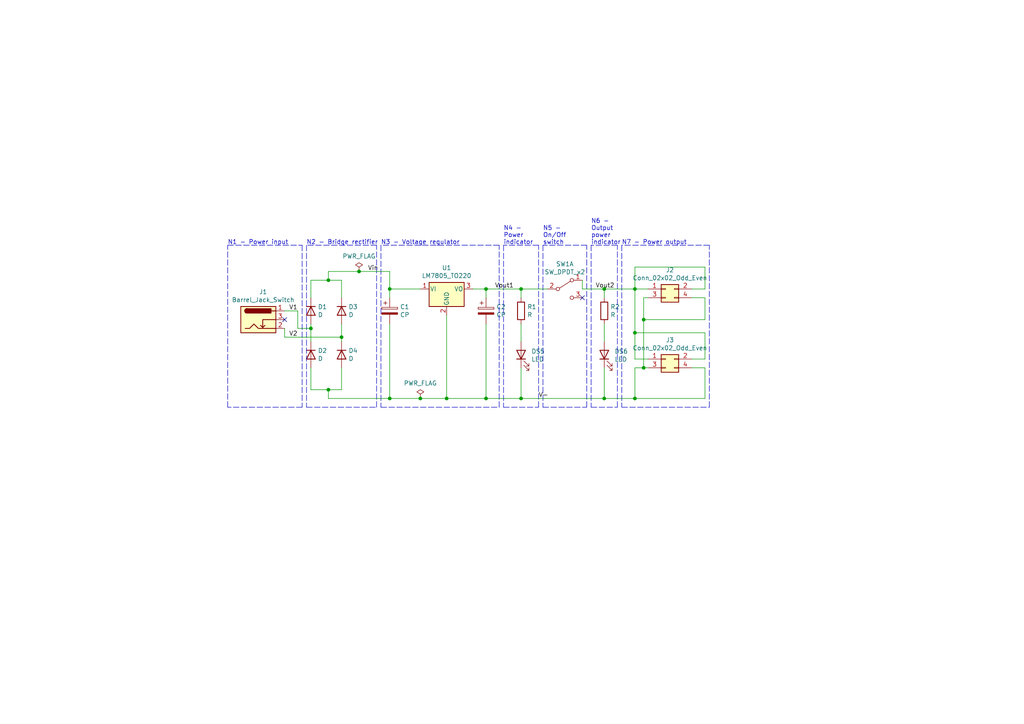
<source format=kicad_sch>
(kicad_sch (version 20211123) (generator eeschema)
  (paper "A4")
  (title_block (title "Breadboard Power Supply v2") (date "2018-08-12") (rev "2") (company "Tech Explorations") (comment 1 "Designed by Peter"))
  (lib_symbols
    (symbol "BreadboardPowerSupply_v2-rescue:CP-Device" (pin_numbers hide) (pin_names (offset 0.254))
      (property "Reference" "C" (at 0.635 2.54 0))
      (property "Value" "CP-Device" (at 0.635 -2.54 0))
      (symbol "CP-Device_0_1"
        (rectangle (start -2.286 0.508) (end -2.286 1.016))
        (rectangle (start -2.286 0.508) (end 2.286 0.508))
        (polyline (pts (xy -1.778 2.286) (xy -0.762 2.286)))
        (polyline (pts (xy -1.27 2.794) (xy -1.27 1.778)))
        (rectangle (start 2.286 -0.508) (end -2.286 -1.016) (fill (type outline)))
        (rectangle (start 2.286 1.016) (end -2.286 1.016))
        (rectangle (start 2.286 1.016) (end 2.286 0.508))
      )
      (symbol "CP-Device_1_1"
        (pin passive line (at 0 3.81 270) (length 2.794) (name "~") (number "1"))
        (pin passive line (at 0 -3.81 90) (length 2.794) (name "~") (number "2"))
      )
    )
    (symbol "Connector:Barrel_Jack_Switch" (pin_names hide)
      (property "Reference" "J" (at 0 5.334 0))
      (property "Value" "Barrel_Jack_Switch" (at 0 -5.08 0))
      (symbol "Barrel_Jack_Switch_0_1"
        (rectangle (start -5.08 3.81) (end 5.08 -3.81) (stroke (width 0.254)) (fill (type background)))
        (arc (start -3.302 3.175) (mid -3.937 2.54) (end -3.302 1.905) (stroke (width 0.254)))
        (arc (start -3.302 3.175) (mid -3.937 2.54) (end -3.302 1.905) (stroke (width 0.254)) (fill (type outline)))
        (polyline (pts (xy 1.27 -2.286) (xy 1.905 -1.651)) (stroke (width 0.254)))
        (polyline (pts (xy 5.08 2.54) (xy 3.81 2.54)) (stroke (width 0.254)))
        (polyline (pts (xy 5.08 0) (xy 1.27 0) (xy 1.27 -2.286) (xy 0.635 -1.651)) (stroke (width 0.254)))
        (polyline (pts (xy -3.81 -2.54) (xy -2.54 -2.54) (xy -1.27 -1.27) (xy 0 -2.54) (xy 2.54 -2.54) (xy 5.08 -2.54)) (stroke (width 0.254)))
        (rectangle (start 3.683 3.175) (end -3.302 1.905) (stroke (width 0.254)) (fill (type outline)))
      )
      (symbol "Barrel_Jack_Switch_1_1"
        (pin passive line (at 7.62 2.54 180) (length 2.54) (name "~") (number "1"))
        (pin passive line (at 7.62 -2.54 180) (length 2.54) (name "~") (number "2"))
        (pin passive line (at 7.62 0 180) (length 2.54) (name "~") (number "3"))
      )
    )
    (symbol "Connector_Generic:Conn_02x02_Odd_Even" (pin_names (offset 1.016) hide)
      (property "Reference" "J" (at 1.27 2.54 0))
      (property "Value" "Conn_02x02_Odd_Even" (at 1.27 -5.08 0))
      (symbol "Conn_02x02_Odd_Even_1_1"
        (rectangle (start -1.27 -2.413) (end 0 -2.667) (stroke (width 0.1524)))
        (rectangle (start -1.27 0.127) (end 0 -0.127) (stroke (width 0.1524)))
        (rectangle (start -1.27 1.27) (end 3.81 -3.81) (stroke (width 0.254)) (fill (type background)))
        (rectangle (start 3.81 -2.413) (end 2.54 -2.667) (stroke (width 0.1524)))
        (rectangle (start 3.81 0.127) (end 2.54 -0.127) (stroke (width 0.1524)))
        (pin passive line (at -5.08 0 0) (length 3.81) (name "Pin_1") (number "1"))
        (pin passive line (at 7.62 0 180) (length 3.81) (name "Pin_2") (number "2"))
        (pin passive line (at -5.08 -2.54 0) (length 3.81) (name "Pin_3") (number "3"))
        (pin passive line (at 7.62 -2.54 180) (length 3.81) (name "Pin_4") (number "4"))
      )
    )
    (symbol "Device:D" (pin_numbers hide) (pin_names (offset 1.016) hide)
      (property "Reference" "D" (at 0 2.54 0))
      (property "Value" "D" (at 0 -2.54 0))
      (symbol "D_0_1"
        (polyline (pts (xy -1.27 1.27) (xy -1.27 -1.27)) (stroke (width 0.254)))
        (polyline (pts (xy 1.27 0) (xy -1.27 0)))
        (polyline (pts (xy 1.27 1.27) (xy 1.27 -1.27) (xy -1.27 0) (xy 1.27 1.27)) (stroke (width 0.254)))
      )
      (symbol "D_1_1"
        (pin passive line (at -3.81 0 0) (length 2.54) (name "K") (number "1"))
        (pin passive line (at 3.81 0 180) (length 2.54) (name "A") (number "2"))
      )
    )
    (symbol "Device:LED" (pin_numbers hide) (pin_names (offset 1.016) hide)
      (property "Reference" "D" (at 0 2.54 0))
      (property "Value" "LED" (at 0 -2.54 0))
      (symbol "LED_0_1"
        (polyline (pts (xy -1.27 -1.27) (xy -1.27 1.27)) (stroke (width 0.254)))
        (polyline (pts (xy -1.27 0) (xy 1.27 0)))
        (polyline (pts (xy 1.27 -1.27) (xy 1.27 1.27) (xy -1.27 0) (xy 1.27 -1.27)) (stroke (width 0.254)))
        (polyline (pts (xy -3.048 -0.762) (xy -4.572 -2.286) (xy -3.81 -2.286) (xy -4.572 -2.286) (xy -4.572 -1.524)))
        (polyline (pts (xy -1.778 -0.762) (xy -3.302 -2.286) (xy -2.54 -2.286) (xy -3.302 -2.286) (xy -3.302 -1.524)))
      )
      (symbol "LED_1_1"
        (pin passive line (at -3.81 0 0) (length 2.54) (name "K") (number "1"))
        (pin passive line (at 3.81 0 180) (length 2.54) (name "A") (number "2"))
      )
    )
    (symbol "Device:R" (pin_numbers hide) (pin_names (offset 0))
      (property "Reference" "R" (at 2.032 0 90))
      (property "Value" "R" (at 0 0 90))
      (symbol "R_0_1"
        (rectangle (start -1.016 -2.54) (end 1.016 2.54) (stroke (width 0.254)))
      )
      (symbol "R_1_1"
        (pin passive line (at 0 3.81 270) (length 1.27) (name "~") (number "1"))
        (pin passive line (at 0 -3.81 90) (length 1.27) (name "~") (number "2"))
      )
    )
    (symbol "Regulator_Linear:LM7805_TO220" (pin_names (offset 0.254))
      (property "Reference" "U" (at -3.81 3.175 0))
      (property "Value" "LM7805_TO220" (at 0 3.175 0))
      (symbol "LM7805_TO220_0_1"
        (rectangle (start -5.08 1.905) (end 5.08 -5.08) (stroke (width 0.254)) (fill (type background)))
      )
      (symbol "LM7805_TO220_1_1"
        (pin power_in line (at -7.62 0 0) (length 2.54) (name "VI") (number "1"))
        (pin power_in line (at 0 -7.62 90) (length 2.54) (name "GND") (number "2"))
        (pin power_out line (at 7.62 0 180) (length 2.54) (name "VO") (number "3"))
      )
    )
    (symbol "Switch:SW_DPDT_x2" (pin_names (offset 0) hide)
      (property "Reference" "SW" (at 0 4.318 0))
      (property "Value" "SW_DPDT_x2" (at 0 -5.08 0))
      (symbol "SW_DPDT_x2_0_0"
        (circle (center -2.032 0) (radius 0.508))
        (circle (center 2.032 -2.54) (radius 0.508))
      )
      (symbol "SW_DPDT_x2_0_1"
        (polyline (pts (xy -1.524 0.254) (xy 1.651 2.286)))
        (circle (center 2.032 2.54) (radius 0.508))
      )
      (symbol "SW_DPDT_x2_1_1"
        (pin passive line (at 5.08 2.54 180) (length 2.54) (name "A") (number "1"))
        (pin passive line (at -5.08 0 0) (length 2.54) (name "B") (number "2"))
        (pin passive line (at 5.08 -2.54 180) (length 2.54) (name "C") (number "3"))
      )
      (symbol "SW_DPDT_x2_2_1"
        (pin passive line (at 5.08 2.54 180) (length 2.54) (name "A") (number "4"))
        (pin passive line (at -5.08 0 0) (length 2.54) (name "B") (number "5"))
        (pin passive line (at 5.08 -2.54 180) (length 2.54) (name "C") (number "6"))
      )
    )
    (symbol "power:PWR_FLAG" (power) (pin_numbers hide) (pin_names (offset 0) hide)
      (property "Value" "PWR_FLAG" (at 0 3.81 0))
      (symbol "PWR_FLAG_0_0"
        (pin power_out line (at 0 0 90) (length 0) (name "pwr") (number "1"))
      )
      (symbol "PWR_FLAG_0_1"
        (polyline (pts (xy 0 0) (xy 0 1.27) (xy -1.016 1.905) (xy 0 2.54) (xy 1.016 1.905) (xy 0 1.27)))
      )
    )
  )
  (junction (at 90.17 95.25))
  (junction (at 140.97 83.82))
  (junction (at 151.13 115.57))
  (junction (at 104.14 78.74))
  (junction (at 184.15 96.52))
  (junction (at 184.15 115.57))
  (junction (at 186.69 92.71))
  (junction (at 121.92 115.57))
  (junction (at 113.03 83.82))
  (junction (at 95.25 113.03))
  (junction (at 175.26 115.57))
  (junction (at 184.15 83.82))
  (junction (at 140.97 115.57))
  (junction (at 99.06 97.79))
  (junction (at 151.13 83.82))
  (junction (at 186.69 106.68))
  (junction (at 129.54 115.57))
  (junction (at 175.26 83.82))
  (junction (at 113.03 115.57))
  (junction (at 95.25 81.28))
  (no_connect (at 82.55 92.71))
  (no_connect (at 168.91 86.36))
  (polyline (pts (xy 156.21 71.12) (xy 146.05 71.12)))
  (polyline (pts (xy 156.21 118.11) (xy 156.21 71.12)))
  (wire (pts (xy 204.47 92.71) (xy 186.69 92.71)))
  (polyline (pts (xy 88.9 118.11) (xy 109.22 118.11)))
  (wire (pts (xy 186.69 92.71) (xy 186.69 86.36)))
  (wire (pts (xy 121.92 115.57) (xy 129.54 115.57)))
  (wire (pts (xy 99.06 86.36) (xy 99.06 81.28)))
  (wire (pts (xy 86.36 95.25) (xy 90.17 95.25)))
  (wire (pts (xy 175.26 115.57) (xy 184.15 115.57)))
  (polyline (pts (xy 171.45 71.12) (xy 171.45 118.11)))
  (polyline (pts (xy 109.22 118.11) (xy 109.22 71.12)))
  (polyline (pts (xy 110.49 118.11) (xy 144.78 118.11)))
  (polyline (pts (xy 170.18 71.12) (xy 157.48 71.12)))
  (wire (pts (xy 129.54 91.44) (xy 129.54 115.57)))
  (wire (pts (xy 113.03 115.57) (xy 121.92 115.57)))
  (wire (pts (xy 140.97 83.82) (xy 140.97 86.36)))
  (wire (pts (xy 204.47 83.82) (xy 204.47 77.47)))
  (wire (pts (xy 99.06 113.03) (xy 99.06 106.68)))
  (wire (pts (xy 95.25 115.57) (xy 113.03 115.57)))
  (wire (pts (xy 204.47 106.68) (xy 204.47 115.57)))
  (wire (pts (xy 90.17 93.98) (xy 90.17 95.25)))
  (polyline (pts (xy 66.04 118.11) (xy 66.04 71.12)))
  (wire (pts (xy 121.92 83.82) (xy 113.03 83.82)))
  (wire (pts (xy 184.15 106.68) (xy 186.69 106.68)))
  (wire (pts (xy 95.25 113.03) (xy 99.06 113.03)))
  (wire (pts (xy 184.15 83.82) (xy 184.15 96.52)))
  (wire (pts (xy 168.91 81.28) (xy 168.91 83.82)))
  (wire (pts (xy 175.26 99.06) (xy 175.26 93.98)))
  (wire (pts (xy 200.66 106.68) (xy 204.47 106.68)))
  (polyline (pts (xy 110.49 71.12) (xy 110.49 118.11)))
  (wire (pts (xy 204.47 77.47) (xy 184.15 77.47)))
  (polyline (pts (xy 179.07 71.12) (xy 171.45 71.12)))
  (polyline (pts (xy 144.78 71.12) (xy 110.49 71.12)))
  (wire (pts (xy 151.13 115.57) (xy 151.13 106.68)))
  (wire (pts (xy 82.55 97.79) (xy 99.06 97.79)))
  (wire (pts (xy 184.15 104.14) (xy 187.96 104.14)))
  (polyline (pts (xy 144.78 118.11) (xy 144.78 71.12)))
  (wire (pts (xy 204.47 96.52) (xy 184.15 96.52)))
  (polyline (pts (xy 146.05 71.12) (xy 146.05 118.11)))
  (wire (pts (xy 200.66 86.36) (xy 204.47 86.36)))
  (polyline (pts (xy 146.05 118.11) (xy 156.21 118.11)))
  (wire (pts (xy 104.14 78.74) (xy 113.03 78.74)))
  (wire (pts (xy 86.36 90.17) (xy 86.36 95.25)))
  (wire (pts (xy 82.55 95.25) (xy 82.55 97.79)))
  (wire (pts (xy 99.06 93.98) (xy 99.06 97.79)))
  (wire (pts (xy 90.17 113.03) (xy 95.25 113.03)))
  (wire (pts (xy 184.15 115.57) (xy 184.15 106.68)))
  (wire (pts (xy 137.16 83.82) (xy 140.97 83.82)))
  (wire (pts (xy 151.13 83.82) (xy 151.13 86.36)))
  (wire (pts (xy 95.25 113.03) (xy 95.25 115.57)))
  (polyline (pts (xy 205.74 71.12) (xy 180.34 71.12)))
  (wire (pts (xy 90.17 95.25) (xy 90.17 99.06)))
  (wire (pts (xy 168.91 83.82) (xy 175.26 83.82)))
  (wire (pts (xy 175.26 83.82) (xy 175.26 86.36)))
  (wire (pts (xy 204.47 115.57) (xy 184.15 115.57)))
  (wire (pts (xy 95.25 81.28) (xy 95.25 78.74)))
  (wire (pts (xy 175.26 115.57) (xy 175.26 106.68)))
  (wire (pts (xy 186.69 106.68) (xy 187.96 106.68)))
  (polyline (pts (xy 157.48 118.11) (xy 170.18 118.11)))
  (wire (pts (xy 151.13 93.98) (xy 151.13 99.06)))
  (polyline (pts (xy 157.48 71.12) (xy 157.48 118.11)))
  (wire (pts (xy 113.03 78.74) (xy 113.03 83.82)))
  (wire (pts (xy 99.06 81.28) (xy 95.25 81.28)))
  (wire (pts (xy 95.25 78.74) (xy 104.14 78.74)))
  (wire (pts (xy 113.03 115.57) (xy 113.03 93.98)))
  (wire (pts (xy 129.54 115.57) (xy 140.97 115.57)))
  (polyline (pts (xy 171.45 118.11) (xy 179.07 118.11)))
  (wire (pts (xy 186.69 86.36) (xy 187.96 86.36)))
  (wire (pts (xy 200.66 83.82) (xy 204.47 83.82)))
  (polyline (pts (xy 180.34 71.12) (xy 180.34 118.11)))
  (polyline (pts (xy 66.04 71.12) (xy 87.63 71.12)))
  (wire (pts (xy 186.69 106.68) (xy 186.69 92.71)))
  (wire (pts (xy 99.06 97.79) (xy 99.06 99.06)))
  (wire (pts (xy 95.25 81.28) (xy 90.17 81.28)))
  (wire (pts (xy 184.15 83.82) (xy 187.96 83.82)))
  (wire (pts (xy 90.17 81.28) (xy 90.17 86.36)))
  (wire (pts (xy 140.97 83.82) (xy 151.13 83.82)))
  (wire (pts (xy 184.15 96.52) (xy 184.15 104.14)))
  (wire (pts (xy 204.47 86.36) (xy 204.47 92.71)))
  (wire (pts (xy 204.47 104.14) (xy 204.47 96.52)))
  (wire (pts (xy 82.55 90.17) (xy 86.36 90.17)))
  (polyline (pts (xy 87.63 71.12) (xy 87.63 118.11)))
  (wire (pts (xy 184.15 77.47) (xy 184.15 83.82)))
  (wire (pts (xy 140.97 115.57) (xy 151.13 115.57)))
  (wire (pts (xy 200.66 104.14) (xy 204.47 104.14)))
  (wire (pts (xy 113.03 83.82) (xy 113.03 86.36)))
  (polyline (pts (xy 87.63 118.11) (xy 66.04 118.11)))
  (polyline (pts (xy 205.74 118.11) (xy 205.74 71.12)))
  (wire (pts (xy 175.26 83.82) (xy 184.15 83.82)))
  (polyline (pts (xy 170.18 118.11) (xy 170.18 71.12)))
  (wire (pts (xy 90.17 106.68) (xy 90.17 113.03)))
  (wire (pts (xy 140.97 115.57) (xy 140.97 93.98)))
  (polyline (pts (xy 179.07 118.11) (xy 179.07 71.12)))
  (wire (pts (xy 151.13 115.57) (xy 175.26 115.57)))
  (polyline (pts (xy 88.9 71.12) (xy 88.9 118.11)))
  (wire (pts (xy 151.13 83.82) (xy 158.75 83.82)))
  (polyline (pts (xy 180.34 118.11) (xy 205.74 118.11)))
  (polyline (pts (xy 109.22 71.12) (xy 88.9 71.12)))
  (text "N1 - Power input" (at 66.04 71.12 0) (effects (font (size 1.27 1.27)) (justify left bottom)))
  (text "N6 -\nOutput\npower\nindicator" (at 171.45 71.12 0) (effects (font (size 1.27 1.27)) (justify left bottom)))
  (text "N5 - \nOn/Off \nswitch" (at 157.48 71.12 0) (effects (font (size 1.27 1.27)) (justify left bottom)))
  (text "N7 - Power output" (at 180.34 71.12 0) (effects (font (size 1.27 1.27)) (justify left bottom)))
  (text "N4 -\nPower\nindicator" (at 146.05 71.12 0) (effects (font (size 1.27 1.27)) (justify left bottom)))
  (text "text sample 3" (at -7961.63 -4718.05 0) (effects (font (size 1.27 1.27)) (justify left bottom)))
  (text "N3 - Voltage regulator" (at 110.49 71.12 0) (effects (font (size 1.27 1.27)) (justify left bottom)))
  (text "N2 - Bridge rectifier" (at 88.9 71.12 0) (effects (font (size 1.27 1.27)) (justify left bottom)))
  (label "V2" (at 83.82 97.79 0))
  (label "V-" (at 156.21 115.57 0))
  (label "Vout2" (at 172.72 83.82 0))
  (label "Vout1" (at 143.51 83.82 0))
  (label "Vin" (at 106.68 78.74 0))
  (label "V1" (at 83.82 90.17 0))
  (symbol (lib_id "Regulator_Linear:LM7805_TO220") (at 129.54 83.82 0) (unit 1)
    (property "Reference" "U1" (at 129.54 77.6732 0))
    (property "Value" "LM7805_TO220" (at 129.54 79.9846 0))
    (property "Footprint" "Package_TO_SOT_THT:TO-220-3_Vertical" (effects hide))
    (property "Datasheet" "http://www.fairchildsemi.com/ds/LM/LM7805.pdf" (effects hide))
  )
  (symbol (lib_id "Device:D") (at 90.17 90.17 270) (unit 1)
    (property "Reference" "D1" (at 92.1766 89.0016 90) (effects (justify left)))
    (property "Value" "D" (at 92.1766 91.313 90) (effects (justify left)))
    (property "Footprint" "Diode_THT:D_DO-41_SOD81_P10.16mm_Horizontal" (effects hide))
  )
  (symbol (lib_id "Device:D") (at 90.17 102.87 270) (unit 1)
    (property "Reference" "D2" (at 92.1766 101.7016 90) (effects (justify left)))
    (property "Value" "D" (at 92.1766 104.013 90) (effects (justify left)))
    (property "Footprint" "Diode_THT:D_DO-41_SOD81_P10.16mm_Horizontal" (effects hide))
  )
  (symbol (lib_id "Device:D") (at 99.06 90.17 270) (unit 1)
    (property "Reference" "D3" (at 101.0666 89.0016 90) (effects (justify left)))
    (property "Value" "D" (at 101.0666 91.313 90) (effects (justify left)))
    (property "Footprint" "Diode_THT:D_DO-41_SOD81_P10.16mm_Horizontal" (effects hide))
  )
  (symbol (lib_id "Device:D") (at 99.06 102.87 270) (unit 1)
    (property "Reference" "D4" (at 101.0666 101.7016 90) (effects (justify left)))
    (property "Value" "D" (at 101.0666 104.013 90) (effects (justify left)))
    (property "Footprint" "Diode_THT:D_DO-41_SOD81_P10.16mm_Horizontal" (effects hide))
  )
  (symbol (lib_id "Device:LED") (at 175.26 102.87 90) (unit 1)
    (property "Reference" "DS6" (at 178.2318 101.9048 90) (effects (justify right)))
    (property "Value" "LED" (at 178.2318 104.2162 90) (effects (justify right)))
    (property "Footprint" "LED_THT:LED_D5.0mm" (effects hide))
  )
  (symbol (lib_id "Device:LED") (at 151.13 102.87 90) (unit 1)
    (property "Reference" "DS5" (at 154.1018 101.9048 90) (effects (justify right)))
    (property "Value" "LED" (at 154.1018 104.2162 90) (effects (justify right)))
    (property "Footprint" "LED_THT:LED_D5.0mm" (effects hide))
  )
  (symbol (lib_id "Device:R") (at 151.13 90.17 0) (unit 1)
    (property "Reference" "R1" (at 152.908 89.0016 0) (effects (justify left)))
    (property "Value" "R" (at 152.908 91.313 0) (effects (justify left)))
    (property "Footprint" "Resistor_THT:R_Axial_DIN0207_L6.3mm_D2.5mm_P7.62mm_Horizontal" (effects hide))
  )
  (symbol (lib_id "Device:R") (at 175.26 90.17 0) (unit 1)
    (property "Reference" "R2" (at 177.038 89.0016 0) (effects (justify left)))
    (property "Value" "R" (at 177.038 91.313 0) (effects (justify left)))
    (property "Footprint" "Resistor_THT:R_Axial_DIN0207_L6.3mm_D2.5mm_P7.62mm_Horizontal" (effects hide))
  )
  (symbol (lib_id "Connector_Generic:Conn_02x02_Odd_Even") (at 193.04 104.14 0) (unit 1)
    (property "Reference" "J3" (at 194.31 98.6282 0))
    (property "Value" "Conn_02x02_Odd_Even" (at 194.31 100.9396 0))
    (property "Footprint" "Connector_PinHeader_2.54mm:PinHeader_2x02_P2.54mm_Vertical" (effects hide))
  )
  (symbol (lib_id "Connector_Generic:Conn_02x02_Odd_Even") (at 193.04 83.82 0) (unit 1)
    (property "Reference" "J2" (at 194.31 78.3082 0))
    (property "Value" "Conn_02x02_Odd_Even" (at 194.31 80.6196 0))
    (property "Footprint" "Connector_PinHeader_2.54mm:PinHeader_2x02_P2.54mm_Vertical" (effects hide))
  )
  (symbol (lib_id "Connector:Barrel_Jack_Switch") (at 74.93 92.71 0) (unit 1)
    (property "Reference" "J1" (at 76.327 84.6582 0))
    (property "Value" "Barrel_Jack_Switch" (at 76.327 86.9696 0))
    (property "Footprint" "Connector_BarrelJack:BarrelJack_CUI_PJ-102AH_Horizontal" (effects hide))
  )
  (symbol (lib_id "Switch:SW_DPDT_x2") (at 163.83 83.82 0) (unit 1)
    (property "Reference" "SW1" (at 163.83 76.581 0))
    (property "Value" "SW_DPDT_x2" (at 163.83 78.8924 0))
    (property "Footprint" "digikey-footprints:Switch_Slide_11.6x4mm_EG1218" (effects hide))
  )
  (symbol (lib_id "power:PWR_FLAG") (at 104.14 78.74 0) (unit 1)
    (property "Reference" "#FLG0101" (effects hide))
    (property "Value" "PWR_FLAG" (at 104.14 74.3204 0))
  )
  (symbol (lib_id "power:PWR_FLAG") (at 121.92 115.57 0) (unit 1)
    (property "Reference" "#FLG0102" (effects hide))
    (property "Value" "PWR_FLAG" (at 121.92 111.1504 0))
  )
  (symbol (lib_id "BreadboardPowerSupply_v2-rescue:CP-Device") (at 113.03 90.17 0) (unit 1)
    (property "Reference" "C1" (at 116.0272 89.0016 0) (effects (justify left)))
    (property "Value" "CP" (at 116.0272 91.313 0) (effects (justify left)))
    (property "Footprint" "Capacitor_THT:CP_Radial_D10.0mm_P5.00mm" (effects hide))
  )
  (symbol (lib_id "BreadboardPowerSupply_v2-rescue:CP-Device") (at 140.97 90.17 0) (unit 1)
    (property "Reference" "C2" (at 143.9672 89.0016 0) (effects (justify left)))
    (property "Value" "CP" (at 143.9672 91.313 0) (effects (justify left)))
    (property "Footprint" "Capacitor_THT:CP_Radial_D6.3mm_P2.50mm" (effects hide))
  )
)
</source>
